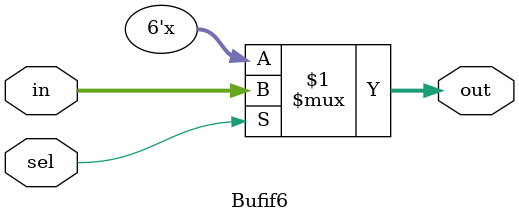
<source format=v>
module Bufif6(sel,in,out);
input sel;
input [5:0]in;
output [5:0]out;
	assign out=sel?in:6'bzzzzzz;
endmodule

</source>
